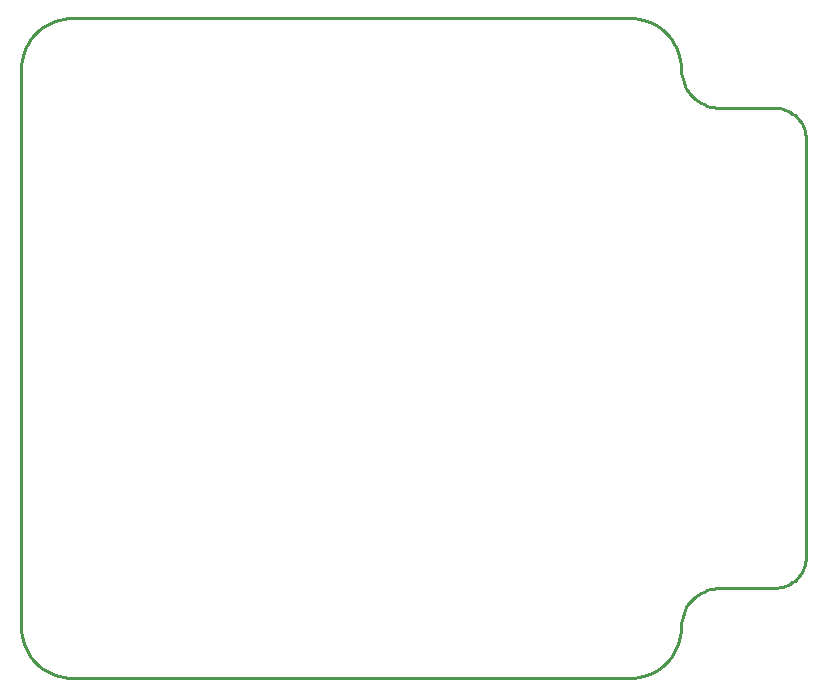
<source format=gbr>
G04 EAGLE Gerber RS-274X export*
G75*
%MOMM*%
%FSLAX34Y34*%
%LPD*%
%IN*%
%IPPOS*%
%AMOC8*
5,1,8,0,0,1.08239X$1,22.5*%
G01*
%ADD10C,0.254000*%


D10*
X0Y43360D02*
X165Y39581D01*
X659Y35831D01*
X1477Y32138D01*
X2615Y28530D01*
X4063Y25036D01*
X5809Y21680D01*
X7842Y18490D01*
X10144Y15489D01*
X12700Y12700D01*
X15489Y10144D01*
X18490Y7842D01*
X21680Y5809D01*
X25036Y4063D01*
X28530Y2615D01*
X32138Y1477D01*
X35831Y659D01*
X39581Y165D01*
X43360Y0D01*
X515440Y0D01*
X519219Y165D01*
X522969Y659D01*
X526662Y1477D01*
X530270Y2615D01*
X533764Y4063D01*
X537120Y5809D01*
X540310Y7842D01*
X543311Y10144D01*
X546100Y12700D01*
X548656Y15489D01*
X550958Y18490D01*
X552991Y21680D01*
X554737Y25036D01*
X556185Y28530D01*
X557323Y32138D01*
X558141Y35831D01*
X558635Y39581D01*
X558800Y43360D01*
X558925Y46223D01*
X559299Y49063D01*
X559919Y51860D01*
X560780Y54592D01*
X561877Y57239D01*
X563200Y59780D01*
X564739Y62196D01*
X566483Y64469D01*
X568419Y66582D01*
X570531Y68517D01*
X572804Y70261D01*
X575220Y71800D01*
X577761Y73123D01*
X580408Y74220D01*
X583140Y75081D01*
X585937Y75701D01*
X588777Y76075D01*
X591640Y76200D01*
X637862Y76200D01*
X640159Y76300D01*
X642438Y76600D01*
X644682Y77098D01*
X646874Y77789D01*
X648997Y78669D01*
X651036Y79730D01*
X652975Y80965D01*
X654798Y82364D01*
X656493Y83917D01*
X658046Y85612D01*
X659445Y87435D01*
X660680Y89374D01*
X661741Y91413D01*
X662621Y93536D01*
X663312Y95728D01*
X663810Y97972D01*
X664110Y100251D01*
X664210Y102548D01*
X664210Y456252D01*
X664110Y458549D01*
X663810Y460828D01*
X663312Y463072D01*
X662621Y465264D01*
X661741Y467387D01*
X660680Y469426D01*
X659445Y471365D01*
X658046Y473188D01*
X656493Y474883D01*
X654798Y476436D01*
X652975Y477835D01*
X651036Y479070D01*
X648997Y480131D01*
X646874Y481011D01*
X644682Y481702D01*
X642438Y482200D01*
X640159Y482500D01*
X637862Y482600D01*
X591640Y482600D01*
X588777Y482725D01*
X585937Y483099D01*
X583140Y483719D01*
X580408Y484580D01*
X577761Y485677D01*
X575220Y487000D01*
X572804Y488539D01*
X570531Y490283D01*
X568419Y492219D01*
X566483Y494331D01*
X564739Y496604D01*
X563200Y499020D01*
X561877Y501561D01*
X560780Y504208D01*
X559919Y506940D01*
X559299Y509737D01*
X558925Y512577D01*
X558800Y515440D01*
X558635Y519219D01*
X558141Y522969D01*
X557323Y526662D01*
X556185Y530270D01*
X554737Y533764D01*
X552991Y537120D01*
X550958Y540310D01*
X548656Y543311D01*
X546100Y546100D01*
X543311Y548656D01*
X540310Y550958D01*
X537120Y552991D01*
X533764Y554737D01*
X530270Y556185D01*
X526662Y557323D01*
X522969Y558141D01*
X519219Y558635D01*
X515440Y558800D01*
X43360Y558800D01*
X39581Y558635D01*
X35831Y558141D01*
X32138Y557323D01*
X28530Y556185D01*
X25036Y554737D01*
X21680Y552991D01*
X18490Y550958D01*
X15489Y548656D01*
X12700Y546100D01*
X10144Y543311D01*
X7842Y540310D01*
X5809Y537120D01*
X4063Y533764D01*
X2615Y530270D01*
X1477Y526662D01*
X659Y522969D01*
X165Y519219D01*
X0Y515440D01*
X0Y43360D01*
M02*

</source>
